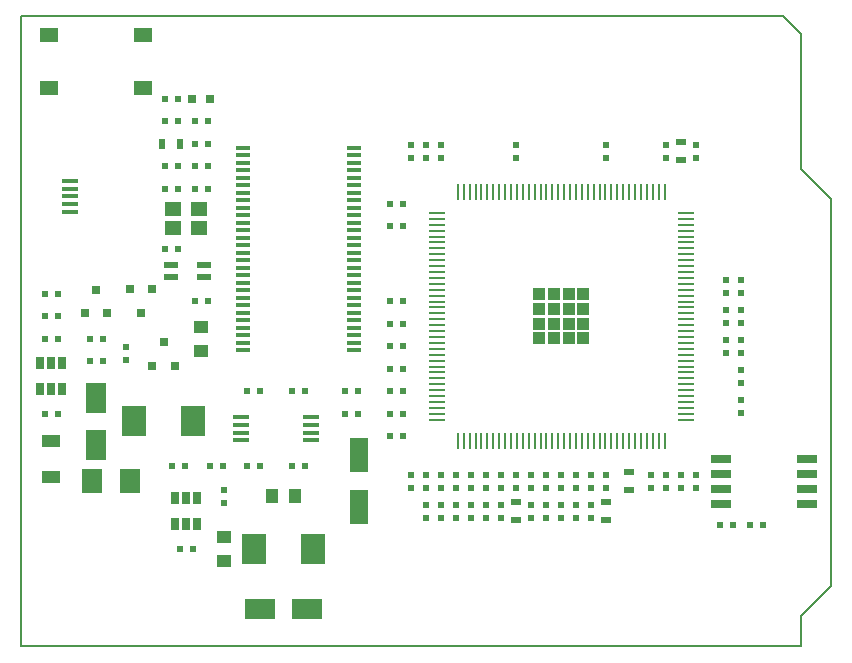
<source format=gtp>
G04 #@! TF.FileFunction,Paste,Top*
%FSLAX46Y46*%
G04 Gerber Fmt 4.6, Leading zero omitted, Abs format (unit mm)*
G04 Created by KiCad (PCBNEW (2015-07-08 BZR 5908, Git 901e961)-product) date 28/12/2015 16:27:16*
%MOMM*%
G01*
G04 APERTURE LIST*
%ADD10C,0.100000*%
%ADD11C,0.150000*%
%ADD12R,0.800100X0.800100*%
%ADD13R,0.650000X1.060000*%
%ADD14R,0.500000X0.600000*%
%ADD15R,0.600000X0.500000*%
%ADD16R,1.350000X0.400000*%
%ADD17R,1.700000X0.650000*%
%ADD18R,1.200000X0.400000*%
%ADD19R,1.450000X0.450000*%
%ADD20R,1.550000X1.300000*%
%ADD21R,0.500000X0.900000*%
%ADD22R,1.000000X1.250000*%
%ADD23R,1.250000X1.000000*%
%ADD24R,0.900000X0.500000*%
%ADD25R,0.797560X0.797560*%
%ADD26R,1.400000X1.200000*%
%ADD27R,0.250000X1.450000*%
%ADD28R,1.450000X0.250000*%
%ADD29R,1.000000X1.000000*%
%ADD30R,1.800860X2.499360*%
%ADD31R,2.499360X1.800860*%
%ADD32R,1.600000X1.000000*%
%ADD33R,1.600200X2.999740*%
%ADD34R,1.998980X2.499360*%
%ADD35R,1.651000X2.029460*%
%ADD36R,1.200000X0.600000*%
G04 APERTURE END LIST*
D10*
D11*
X177038000Y-74549000D02*
X175514000Y-73025000D01*
X177038000Y-85979000D02*
X177038000Y-74549000D01*
X179578000Y-88519000D02*
X177038000Y-85979000D01*
X179578000Y-121285000D02*
X179578000Y-88519000D01*
X177038000Y-123825000D02*
X179578000Y-121285000D01*
X177038000Y-126365000D02*
X177038000Y-123825000D01*
X110998000Y-126365000D02*
X177038000Y-126365000D01*
X110998000Y-73025000D02*
X110998000Y-126365000D01*
X175514000Y-73025000D02*
X110998000Y-73025000D01*
D12*
X116398000Y-98155760D03*
X118298000Y-98155760D03*
X117348000Y-96156780D03*
D13*
X114488000Y-102405000D03*
X113538000Y-102405000D03*
X112588000Y-102405000D03*
X112588000Y-104605000D03*
X114488000Y-104605000D03*
X113538000Y-104605000D03*
X125918000Y-113835000D03*
X124968000Y-113835000D03*
X124018000Y-113835000D03*
X124018000Y-116035000D03*
X125918000Y-116035000D03*
X124968000Y-116035000D03*
D14*
X171958000Y-96435000D03*
X171958000Y-95335000D03*
D15*
X138388000Y-106680000D03*
X139488000Y-106680000D03*
X143298000Y-99060000D03*
X142198000Y-99060000D03*
D14*
X171958000Y-106595000D03*
X171958000Y-105495000D03*
X171958000Y-100415000D03*
X171958000Y-101515000D03*
X159258000Y-112945000D03*
X159258000Y-111845000D03*
D15*
X138388000Y-104775000D03*
X139488000Y-104775000D03*
X142198000Y-102870000D03*
X143298000Y-102870000D03*
X142198000Y-100965000D03*
X143298000Y-100965000D03*
X114088000Y-106680000D03*
X112988000Y-106680000D03*
X117898000Y-100330000D03*
X116798000Y-100330000D03*
X114088000Y-100330000D03*
X112988000Y-100330000D03*
X125518000Y-118110000D03*
X124418000Y-118110000D03*
X172678000Y-116078000D03*
X173778000Y-116078000D03*
X128058000Y-111125000D03*
X126958000Y-111125000D03*
X124883000Y-111125000D03*
X123783000Y-111125000D03*
D14*
X147828000Y-114385000D03*
X147828000Y-115485000D03*
X146558000Y-114385000D03*
X146558000Y-115485000D03*
X150368000Y-114385000D03*
X150368000Y-115485000D03*
X154178000Y-114385000D03*
X154178000Y-115485000D03*
X156718000Y-114385000D03*
X156718000Y-115485000D03*
X157988000Y-114385000D03*
X157988000Y-115485000D03*
X159258000Y-114385000D03*
X159258000Y-115485000D03*
D15*
X135043000Y-104775000D03*
X133943000Y-104775000D03*
X130133000Y-104775000D03*
X131233000Y-104775000D03*
D14*
X149098000Y-114385000D03*
X149098000Y-115485000D03*
X151638000Y-114385000D03*
X151638000Y-115485000D03*
X155448000Y-114385000D03*
X155448000Y-115485000D03*
X170688000Y-95335000D03*
X170688000Y-96435000D03*
X171958000Y-97875000D03*
X171958000Y-98975000D03*
X170688000Y-100415000D03*
X170688000Y-101515000D03*
X171958000Y-102955000D03*
X171958000Y-104055000D03*
D15*
X123148000Y-81915000D03*
X124248000Y-81915000D03*
X125688000Y-83820000D03*
X126788000Y-83820000D03*
X133943000Y-111125000D03*
X135043000Y-111125000D03*
X126788000Y-81915000D03*
X125688000Y-81915000D03*
D16*
X115100540Y-86964100D03*
X115100540Y-87614100D03*
X115100540Y-88264100D03*
X115100540Y-88914100D03*
X115100540Y-89564100D03*
D14*
X170688000Y-98975000D03*
X170688000Y-97875000D03*
D15*
X112988000Y-98425000D03*
X114088000Y-98425000D03*
D17*
X177513000Y-114300000D03*
X177513000Y-113030000D03*
X177513000Y-111760000D03*
X177513000Y-110490000D03*
X170213000Y-110490000D03*
X170213000Y-111760000D03*
X170213000Y-113030000D03*
X170213000Y-114300000D03*
D18*
X129793000Y-84137500D03*
X129793000Y-84772500D03*
X129793000Y-85407500D03*
X129793000Y-86042500D03*
X129793000Y-86677500D03*
X129793000Y-87312500D03*
X129793000Y-87947500D03*
X129793000Y-88582500D03*
X129793000Y-89217500D03*
X129793000Y-89852500D03*
X129793000Y-90487500D03*
X129793000Y-91122500D03*
X129793000Y-91757500D03*
X129793000Y-92392500D03*
X129793000Y-93027500D03*
X129793000Y-93662500D03*
X129793000Y-94297500D03*
X129793000Y-94932500D03*
X129793000Y-95567500D03*
X129793000Y-96202500D03*
X129793000Y-96837500D03*
X129793000Y-97472500D03*
X129793000Y-98107500D03*
X129793000Y-98742500D03*
X129793000Y-99377500D03*
X129793000Y-100012500D03*
X129793000Y-100647500D03*
X129793000Y-101282500D03*
X139193000Y-101282500D03*
X139193000Y-100647500D03*
X139193000Y-100012500D03*
X139193000Y-99377500D03*
X139193000Y-98742500D03*
X139193000Y-98107500D03*
X139193000Y-97472500D03*
X139193000Y-96837500D03*
X139193000Y-96202500D03*
X139193000Y-95567500D03*
X139193000Y-94932500D03*
X139193000Y-94297500D03*
X139193000Y-93662500D03*
X139193000Y-93027500D03*
X139193000Y-92392500D03*
X139193000Y-91757500D03*
X139193000Y-91122500D03*
X139193000Y-90487500D03*
X139193000Y-89852500D03*
X139193000Y-89217500D03*
X139193000Y-88582500D03*
X139193000Y-87947500D03*
X139193000Y-87312500D03*
X139193000Y-86677500D03*
X139193000Y-86042500D03*
X139193000Y-85407500D03*
X139193000Y-84772500D03*
X139193000Y-84137500D03*
D19*
X135538000Y-108925000D03*
X135538000Y-108275000D03*
X135538000Y-107625000D03*
X135538000Y-106975000D03*
X129638000Y-106975000D03*
X129638000Y-107625000D03*
X129638000Y-108275000D03*
X129638000Y-108925000D03*
D20*
X113373000Y-79085000D03*
X113373000Y-74585000D03*
X121323000Y-74585000D03*
X121323000Y-79085000D03*
D21*
X124448000Y-83820000D03*
X122948000Y-83820000D03*
D15*
X124248000Y-80010000D03*
X123148000Y-80010000D03*
D14*
X154178000Y-111845000D03*
X154178000Y-112945000D03*
X150368000Y-111845000D03*
X150368000Y-112945000D03*
X147828000Y-111845000D03*
X147828000Y-112945000D03*
D15*
X126788000Y-97155000D03*
X125688000Y-97155000D03*
X142198000Y-97155000D03*
X143298000Y-97155000D03*
X143298000Y-90805000D03*
X142198000Y-90805000D03*
X123148000Y-92710000D03*
X124248000Y-92710000D03*
X143298000Y-88900000D03*
X142198000Y-88900000D03*
D14*
X157988000Y-111845000D03*
X157988000Y-112945000D03*
X156718000Y-111845000D03*
X156718000Y-112945000D03*
X155448000Y-111845000D03*
X155448000Y-112945000D03*
D15*
X125688000Y-87630000D03*
X126788000Y-87630000D03*
X124248000Y-87630000D03*
X123148000Y-87630000D03*
D14*
X144018000Y-85005000D03*
X144018000Y-83905000D03*
D15*
X124248000Y-85725000D03*
X123148000Y-85725000D03*
X125688000Y-85725000D03*
X126788000Y-85725000D03*
D14*
X152908000Y-111845000D03*
X152908000Y-112945000D03*
X149098000Y-111845000D03*
X149098000Y-112945000D03*
X145288000Y-111845000D03*
X145288000Y-112945000D03*
X146558000Y-111845000D03*
X146558000Y-112945000D03*
D15*
X131233000Y-111125000D03*
X130133000Y-111125000D03*
D22*
X132223000Y-113665000D03*
X134223000Y-113665000D03*
D14*
X168148000Y-111845000D03*
X168148000Y-112945000D03*
X128143000Y-113115000D03*
X128143000Y-114215000D03*
D23*
X128143000Y-117110000D03*
X128143000Y-119110000D03*
X126238000Y-101330000D03*
X126238000Y-99330000D03*
D15*
X116798000Y-102235000D03*
X117898000Y-102235000D03*
X143298000Y-104775000D03*
X142198000Y-104775000D03*
D14*
X166878000Y-111845000D03*
X166878000Y-112945000D03*
X160528000Y-83905000D03*
X160528000Y-85005000D03*
X152908000Y-83905000D03*
X152908000Y-85005000D03*
D15*
X143298000Y-108585000D03*
X142198000Y-108585000D03*
D14*
X165608000Y-111845000D03*
X165608000Y-112945000D03*
X144018000Y-111845000D03*
X144018000Y-112945000D03*
X146558000Y-85005000D03*
X146558000Y-83905000D03*
D15*
X171238000Y-116078000D03*
X170138000Y-116078000D03*
X143298000Y-106680000D03*
X142198000Y-106680000D03*
D14*
X165608000Y-85005000D03*
X165608000Y-83905000D03*
X164338000Y-111845000D03*
X164338000Y-112945000D03*
X145288000Y-85005000D03*
X145288000Y-83905000D03*
X168148000Y-85005000D03*
X168148000Y-83905000D03*
D24*
X162433000Y-111645000D03*
X162433000Y-113145000D03*
X160528000Y-115685000D03*
X160528000Y-114185000D03*
X152908000Y-115685000D03*
X152908000Y-114185000D03*
X166878000Y-85205000D03*
X166878000Y-83705000D03*
D14*
X160528000Y-112945000D03*
X160528000Y-111845000D03*
X151638000Y-111845000D03*
X151638000Y-112945000D03*
D25*
X125488700Y-80010000D03*
X126987300Y-80010000D03*
D26*
X126068000Y-89370000D03*
X123868000Y-89370000D03*
X126068000Y-90970000D03*
X123868000Y-90970000D03*
D27*
X147968000Y-108975000D03*
X148468000Y-108975000D03*
X148968000Y-108975000D03*
X149468000Y-108975000D03*
X149968000Y-108975000D03*
X150468000Y-108975000D03*
X150968000Y-108975000D03*
X151468000Y-108975000D03*
X151968000Y-108975000D03*
X152468000Y-108975000D03*
X152968000Y-108975000D03*
X153468000Y-108975000D03*
X153968000Y-108975000D03*
X154468000Y-108975000D03*
X154968000Y-108975000D03*
X155468000Y-108975000D03*
X155968000Y-108975000D03*
X156468000Y-108975000D03*
X156968000Y-108975000D03*
X157468000Y-108975000D03*
X157968000Y-108975000D03*
X158468000Y-108975000D03*
X158968000Y-108975000D03*
X159468000Y-108975000D03*
X159968000Y-108975000D03*
X160468000Y-108975000D03*
X160968000Y-108975000D03*
X161468000Y-108975000D03*
X161968000Y-108975000D03*
X162468000Y-108975000D03*
X162968000Y-108975000D03*
X163468000Y-108975000D03*
X163968000Y-108975000D03*
X164468000Y-108975000D03*
X164968000Y-108975000D03*
X165468000Y-108975000D03*
D28*
X167268000Y-107175000D03*
X167268000Y-106675000D03*
X167268000Y-106175000D03*
X167268000Y-105675000D03*
X167268000Y-105175000D03*
X167268000Y-104675000D03*
X167268000Y-104175000D03*
X167268000Y-103675000D03*
X167268000Y-103175000D03*
X167268000Y-102675000D03*
X167268000Y-102175000D03*
X167268000Y-101675000D03*
X167268000Y-101175000D03*
X167268000Y-100675000D03*
X167268000Y-100175000D03*
X167268000Y-99675000D03*
X167268000Y-99175000D03*
X167268000Y-98675000D03*
X167268000Y-98175000D03*
X167268000Y-97675000D03*
X167268000Y-97175000D03*
X167268000Y-96675000D03*
X167268000Y-96175000D03*
X167268000Y-95675000D03*
X167268000Y-95175000D03*
X167268000Y-94675000D03*
X167268000Y-94175000D03*
X167268000Y-93675000D03*
X167268000Y-93175000D03*
X167268000Y-92675000D03*
X167268000Y-92175000D03*
X167268000Y-91675000D03*
X167268000Y-91175000D03*
X167268000Y-90675000D03*
X167268000Y-90175000D03*
X167268000Y-89675000D03*
D27*
X165468000Y-87875000D03*
X164968000Y-87875000D03*
X164468000Y-87875000D03*
X163968000Y-87875000D03*
X163468000Y-87875000D03*
X162968000Y-87875000D03*
X162468000Y-87875000D03*
X161968000Y-87875000D03*
X161468000Y-87875000D03*
X160968000Y-87875000D03*
X160468000Y-87875000D03*
X159968000Y-87875000D03*
X159468000Y-87875000D03*
X158968000Y-87875000D03*
X158468000Y-87875000D03*
X157968000Y-87875000D03*
X157468000Y-87875000D03*
X156968000Y-87875000D03*
X156468000Y-87875000D03*
X155968000Y-87875000D03*
X155468000Y-87875000D03*
X154968000Y-87875000D03*
X154468000Y-87875000D03*
X153968000Y-87875000D03*
X153468000Y-87875000D03*
X152968000Y-87875000D03*
X152468000Y-87875000D03*
X151968000Y-87875000D03*
X151468000Y-87875000D03*
X150968000Y-87875000D03*
X150468000Y-87875000D03*
X149968000Y-87875000D03*
X149468000Y-87875000D03*
X148968000Y-87875000D03*
X148468000Y-87875000D03*
X147968000Y-87875000D03*
D28*
X146168000Y-89675000D03*
X146168000Y-90175000D03*
X146168000Y-90675000D03*
X146168000Y-91175000D03*
X146168000Y-91675000D03*
X146168000Y-92175000D03*
X146168000Y-92675000D03*
X146168000Y-93175000D03*
X146168000Y-93675000D03*
X146168000Y-94175000D03*
X146168000Y-94675000D03*
X146168000Y-95175000D03*
X146168000Y-95675000D03*
X146168000Y-96175000D03*
X146168000Y-96675000D03*
X146168000Y-97175000D03*
X146168000Y-97675000D03*
X146168000Y-98175000D03*
X146168000Y-98675000D03*
X146168000Y-99175000D03*
X146168000Y-99675000D03*
X146168000Y-100175000D03*
X146168000Y-100675000D03*
X146168000Y-101175000D03*
X146168000Y-101675000D03*
X146168000Y-102175000D03*
X146168000Y-102675000D03*
X146168000Y-103175000D03*
X146168000Y-103675000D03*
X146168000Y-104175000D03*
X146168000Y-104675000D03*
X146168000Y-105175000D03*
X146168000Y-105675000D03*
X146168000Y-106175000D03*
X146168000Y-106675000D03*
X146168000Y-107175000D03*
D29*
X154843000Y-100300000D03*
X154843000Y-99050000D03*
X154843000Y-97800000D03*
X154843000Y-96550000D03*
X156093000Y-100300000D03*
X156093000Y-99050000D03*
X156093000Y-97800000D03*
X156093000Y-96550000D03*
X157343000Y-100300000D03*
X157343000Y-99050000D03*
X157343000Y-97800000D03*
X157343000Y-96550000D03*
X158593000Y-100300000D03*
X158593000Y-99050000D03*
X158593000Y-97800000D03*
X158593000Y-96550000D03*
D12*
X122108000Y-96154240D03*
X120208000Y-96154240D03*
X121158000Y-98153220D03*
D30*
X117348000Y-105316020D03*
X117348000Y-109313980D03*
D31*
X131224020Y-123190000D03*
X135221980Y-123190000D03*
D32*
X113538000Y-108990000D03*
X113538000Y-111990000D03*
D15*
X114088000Y-96520000D03*
X112988000Y-96520000D03*
D14*
X145288000Y-115485000D03*
X145288000Y-114385000D03*
D12*
X122113000Y-102600760D03*
X124013000Y-102600760D03*
X123063000Y-100601780D03*
D14*
X119888000Y-102150000D03*
X119888000Y-101050000D03*
D33*
X139573000Y-110195360D03*
X139573000Y-114594640D03*
D34*
X130723640Y-118110000D03*
X135722360Y-118110000D03*
X120563640Y-107315000D03*
X125562360Y-107315000D03*
D35*
X120202960Y-112395000D03*
X117033040Y-112395000D03*
D36*
X123695000Y-94115000D03*
X126495000Y-94115000D03*
X126495000Y-95115000D03*
X123695000Y-95115000D03*
M02*

</source>
